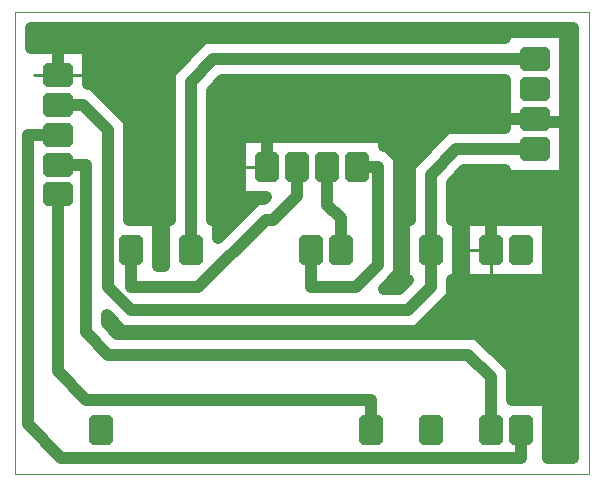
<source format=gbr>
G04 PROTEUS GERBER X2 FILE*
%TF.GenerationSoftware,Labcenter,Proteus,8.15-SP1-Build34318*%
%TF.CreationDate,2023-09-26T11:23:09+00:00*%
%TF.FileFunction,Copper,L1,Bot*%
%TF.FilePolarity,Positive*%
%TF.Part,Single*%
%TF.SameCoordinates,{55f2b303-2a82-4880-9e88-0068297effa7}*%
%FSLAX45Y45*%
%MOMM*%
G01*
%TA.AperFunction,Conductor*%
%ADD10C,1.016000*%
%ADD11C,0.254000*%
%AMDIL002*
4,1,8,
-1.016000,0.965200,-0.711200,1.270000,0.711200,1.270000,1.016000,0.965200,1.016000,-0.965200,
0.711200,-1.270000,-0.711200,-1.270000,-1.016000,-0.965200,-1.016000,0.965200,
0*%
%TA.AperFunction,ComponentPad*%
%ADD12DIL002*%
%AMDIL003*
4,1,8,
-1.270000,0.711200,-0.965200,1.016000,0.965200,1.016000,1.270000,0.711200,1.270000,-0.711200,
0.965200,-1.016000,-0.965200,-1.016000,-1.270000,-0.711200,-1.270000,0.711200,
0*%
%ADD13DIL003*%
%TA.AperFunction,Profile*%
%ADD14C,0.101600*%
%TD.AperFunction*%
%TA.AperFunction,Conductor*%
G36*
X-5227920Y+3740599D02*
X-4746001Y+3740599D01*
X-4746001Y+3435799D01*
X-4708355Y+3435799D01*
X-4394201Y+3121645D01*
X-4394201Y+2285999D01*
X-4152901Y+2285999D01*
X-4152901Y+1892299D01*
X-4102099Y+1892299D01*
X-4102099Y+2285999D01*
X-4051299Y+2285999D01*
X-4051299Y+3524305D01*
X-3756645Y+3818959D01*
X-1209739Y+3818959D01*
X-1209739Y+3869759D01*
X-701741Y+3869759D01*
X-701741Y+2650561D01*
X-1209739Y+2650561D01*
X-1209739Y+2701361D01*
X-1555695Y+2701361D01*
X-1663701Y+2593355D01*
X-1663701Y+2285999D01*
X-1612901Y+2285999D01*
X-1612901Y+1778001D01*
X-1663701Y+1778001D01*
X-1663701Y+1640855D01*
X-1958355Y+1346201D01*
X-4455145Y+1346201D01*
X-4584701Y+1475757D01*
X-4584701Y+1407145D01*
X-4498355Y+1320799D01*
X-1450355Y+1320799D01*
X-1155701Y+1026145D01*
X-1155701Y+761999D01*
X-850901Y+761999D01*
X-850901Y+265080D01*
X-632080Y+265080D01*
X-632080Y+3908420D01*
X-5227920Y+3908420D01*
X-5227920Y+3740599D01*
G37*
%TD.AperFunction*%
%LPC*%
G36*
X-1562099Y+1778001D02*
X-850901Y+1778001D01*
X-850901Y+2285999D01*
X-1562099Y+2285999D01*
X-1562099Y+1778001D01*
G37*
%LPD*%
%TA.AperFunction,Conductor*%
G36*
X-3695701Y+3377015D02*
X-3695701Y+2285999D01*
X-3644901Y+2285999D01*
X-3644901Y+2131043D01*
X-3312145Y+2463799D01*
X-3248645Y+2463799D01*
X-3233143Y+2479301D01*
X-3456499Y+2479301D01*
X-3456499Y+2987299D01*
X-2237301Y+2987299D01*
X-2237301Y+2911099D01*
X-2212355Y+2911099D01*
X-2108201Y+2806945D01*
X-2108201Y+1831355D01*
X-2237757Y+1701799D01*
X-2105645Y+1701799D01*
X-2029443Y+1778001D01*
X-2070099Y+1778001D01*
X-2070099Y+2285999D01*
X-2019299Y+2285999D01*
X-2019299Y+2740645D01*
X-1702985Y+3056959D01*
X-1209739Y+3056959D01*
X-1209739Y+3463361D01*
X-3609355Y+3463361D01*
X-3695701Y+3377015D01*
G37*
%TD.AperFunction*%
D10*
X-4381500Y+2032000D02*
X-4381500Y+1714500D01*
X-3810000Y+1714500D01*
X-3238500Y+2286000D01*
X-3175000Y+2286000D01*
X-2973900Y+2487100D01*
X-2973900Y+2733300D01*
X-1841500Y+2032000D02*
X-1841500Y+1714500D01*
X-2032000Y+1524000D01*
X-4381500Y+1524000D01*
X-4572000Y+1714500D01*
X-4572000Y+3048000D01*
X-4782000Y+3258000D01*
X-5000000Y+3258000D01*
X-1841500Y+2032000D02*
X-1841500Y+2667000D01*
X-1629340Y+2879160D01*
X-955740Y+2879160D01*
X-2349500Y+508000D02*
X-2349500Y+762000D01*
X-4762500Y+762000D01*
X-5000000Y+999500D01*
X-5000000Y+2500000D01*
X-955740Y+3641160D02*
X-3683000Y+3641160D01*
X-3873500Y+3450660D01*
X-3873500Y+2032000D01*
X-1333500Y+2032000D02*
X-1333500Y+2286000D01*
X-889000Y+2286000D01*
X-698500Y+2476500D01*
X-698500Y+3111500D01*
X-889000Y+3111500D02*
X-698500Y+3111500D01*
X-955740Y+3133160D02*
X-3227900Y+3133160D01*
X-3227900Y+2733300D01*
X-955740Y+3133160D02*
X-955740Y+3111500D01*
X-889000Y+3111500D01*
X-5000000Y+2750000D02*
X-4762500Y+2750000D01*
X-4762500Y+1333500D01*
X-4572000Y+1143000D01*
X-1524000Y+1143000D01*
X-1333500Y+952500D01*
X-1333500Y+508000D01*
X-2719900Y+2733300D02*
X-2719900Y+2413000D01*
X-2603500Y+2296600D01*
X-2603500Y+2032000D01*
X-2857500Y+2032000D02*
X-2857500Y+1714500D01*
X-2476500Y+1714500D01*
X-2286000Y+1905000D01*
X-2286000Y+2733300D01*
X-2465900Y+2733300D01*
X-698500Y+3111500D02*
X-698500Y+3908420D01*
X-5000000Y+3908420D01*
X-5000000Y+3512000D01*
X-5000000Y+3004000D02*
X-5250000Y+3004000D01*
X-5250000Y+553390D01*
X-4966610Y+270000D01*
X-1079500Y+270000D01*
X-1079500Y+508000D01*
X-5227920Y+3740599D02*
X-4746001Y+3740599D01*
X-4746001Y+3435799D01*
X-4708355Y+3435799D01*
X-4394201Y+3121645D01*
X-4394201Y+2285999D01*
X-4152901Y+2285999D01*
X-4152901Y+1892299D01*
X-4102099Y+1892299D01*
X-4102099Y+2285999D01*
X-4051299Y+2285999D01*
X-4051299Y+3524305D01*
X-3756645Y+3818959D01*
X-1209739Y+3818959D01*
X-1209739Y+3869759D01*
X-701741Y+3869759D01*
X-701741Y+2650561D01*
X-1209739Y+2650561D01*
X-1209739Y+2701361D01*
X-1555695Y+2701361D01*
X-1663701Y+2593355D01*
X-1663701Y+2285999D01*
X-1612901Y+2285999D01*
X-1612901Y+1778001D01*
X-1663701Y+1778001D01*
X-1663701Y+1640855D01*
X-1958355Y+1346201D01*
X-4455145Y+1346201D01*
X-4584701Y+1475757D01*
X-4584701Y+1407145D01*
X-4498355Y+1320799D01*
X-1450355Y+1320799D01*
X-1155701Y+1026145D01*
X-1155701Y+761999D01*
X-850901Y+761999D01*
X-850901Y+265080D01*
X-632080Y+265080D01*
X-632080Y+3908420D01*
X-5227920Y+3908420D01*
X-5227920Y+3740599D01*
X-1562099Y+1778001D02*
X-850901Y+1778001D01*
X-850901Y+2285999D01*
X-1562099Y+2285999D01*
X-1562099Y+1778001D01*
X-3695701Y+3377015D02*
X-3695701Y+2285999D01*
X-3644901Y+2285999D01*
X-3644901Y+2131043D01*
X-3312145Y+2463799D01*
X-3248645Y+2463799D01*
X-3233143Y+2479301D01*
X-3456499Y+2479301D01*
X-3456499Y+2987299D01*
X-2237301Y+2987299D01*
X-2237301Y+2911099D01*
X-2212355Y+2911099D01*
X-2108201Y+2806945D01*
X-2108201Y+1831355D01*
X-2237757Y+1701799D01*
X-2105645Y+1701799D01*
X-2029443Y+1778001D01*
X-2070099Y+1778001D01*
X-2070099Y+2285999D01*
X-2019299Y+2285999D01*
X-2019299Y+2740645D01*
X-1702985Y+3056959D01*
X-1209739Y+3056959D01*
X-1209739Y+3463361D01*
X-3609355Y+3463361D01*
X-3695701Y+3377015D01*
D11*
X-3405699Y+2733300D02*
X-3227900Y+2733300D01*
X-3227900Y+2936499D02*
X-3227900Y+2733300D01*
X-1158939Y+3133160D02*
X-955740Y+3133160D01*
X-752541Y+3133160D02*
X-955740Y+3133160D01*
X-5203199Y+3512000D02*
X-5000000Y+3512000D01*
X-5000000Y+3689799D02*
X-5000000Y+3512000D01*
X-4796801Y+3512000D02*
X-5000000Y+3512000D01*
X-1333500Y+1828801D02*
X-1333500Y+2032000D01*
X-1511299Y+2032000D02*
X-1333500Y+2032000D01*
X-1333500Y+2235199D02*
X-1333500Y+2032000D01*
D12*
X-2465900Y+2733300D03*
X-2719900Y+2733300D03*
X-2973900Y+2733300D03*
X-3227900Y+2733300D03*
D13*
X-955740Y+2879160D03*
X-955740Y+3133160D03*
X-955740Y+3387160D03*
X-955740Y+3641160D03*
X-5000000Y+2500000D03*
X-5000000Y+2750000D03*
X-5000000Y+3004000D03*
X-5000000Y+3258000D03*
X-5000000Y+3512000D03*
D12*
X-1079500Y+508000D03*
X-1333500Y+508000D03*
X-1841500Y+508000D03*
X-2349500Y+508000D03*
X-4635500Y+508000D03*
X-4381500Y+2032000D03*
X-3873500Y+2032000D03*
X-2857500Y+2032000D03*
X-2603500Y+2032000D03*
X-1841500Y+2032000D03*
X-1333500Y+2032000D03*
X-1079500Y+2032000D03*
D14*
X-5360000Y+133000D02*
X-500000Y+133000D01*
X-500000Y+4040500D01*
X-5360000Y+4040500D01*
X-5360000Y+133000D01*
M02*

</source>
